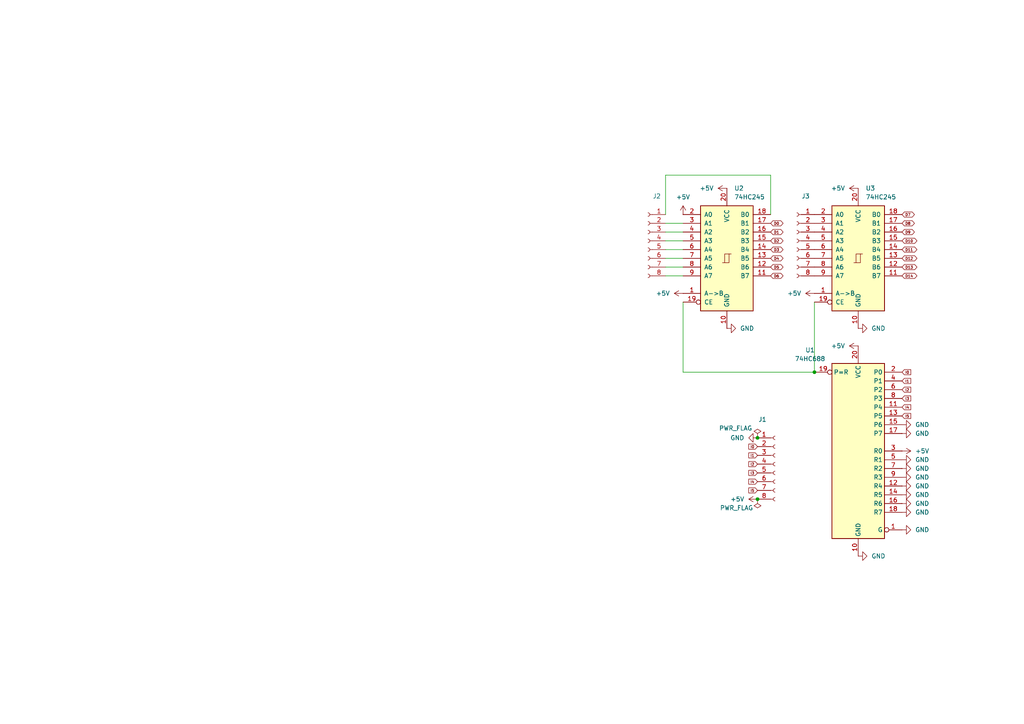
<source format=kicad_sch>
(kicad_sch (version 20250114) (generator "eeschema") (generator_version "9.0")
  (paper "A4")
  (title_block (title "T.A.C.O.S"))
  (lib_symbols
    (symbol "74xx:74HC245" (pin_names (offset 1.016))
      (property "Reference" "U" (at -7.62 16.51 0))
      (property "Value" "74HC245" (at -7.62 -16.51 0))
      (symbol "74HC245_1_0"
        (polyline (pts (xy -1.27 -1.27) (xy 0.635 -1.27) (xy 0.635 1.27) (xy 1.27 1.27)))
        (polyline (pts (xy -0.635 -1.27) (xy -0.635 1.27) (xy 0.635 1.27)))
        (pin tri_state line (at -12.7 12.7 0) (length 5.08) (name "A0") (number "2"))
        (pin tri_state line (at -12.7 10.16 0) (length 5.08) (name "A1") (number "3"))
        (pin tri_state line (at -12.7 7.62 0) (length 5.08) (name "A2") (number "4"))
        (pin tri_state line (at -12.7 5.08 0) (length 5.08) (name "A3") (number "5"))
        (pin tri_state line (at -12.7 2.54 0) (length 5.08) (name "A4") (number "6"))
        (pin tri_state line (at -12.7 0 0) (length 5.08) (name "A5") (number "7"))
        (pin tri_state line (at -12.7 -2.54 0) (length 5.08) (name "A6") (number "8"))
        (pin tri_state line (at -12.7 -5.08 0) (length 5.08) (name "A7") (number "9"))
        (pin input line (at -12.7 -10.16 0) (length 5.08) (name "A->B") (number "1"))
        (pin input inverted (at -12.7 -12.7 0) (length 5.08) (name "CE") (number "19"))
        (pin power_in line (at 0 20.32 270) (length 5.08) (name "VCC") (number "20"))
        (pin power_in line (at 0 -20.32 90) (length 5.08) (name "GND") (number "10"))
        (pin tri_state line (at 12.7 12.7 180) (length 5.08) (name "B0") (number "18"))
        (pin tri_state line (at 12.7 10.16 180) (length 5.08) (name "B1") (number "17"))
        (pin tri_state line (at 12.7 7.62 180) (length 5.08) (name "B2") (number "16"))
        (pin tri_state line (at 12.7 5.08 180) (length 5.08) (name "B3") (number "15"))
        (pin tri_state line (at 12.7 2.54 180) (length 5.08) (name "B4") (number "14"))
        (pin tri_state line (at 12.7 0 180) (length 5.08) (name "B5") (number "13"))
        (pin tri_state line (at 12.7 -2.54 180) (length 5.08) (name "B6") (number "12"))
        (pin tri_state line (at 12.7 -5.08 180) (length 5.08) (name "B7") (number "11"))
      )
      (symbol "74HC245_1_1"
        (rectangle (start -7.62 15.24) (end 7.62 -15.24) (stroke (width 0.254)) (fill (type background)))
      )
    )
    (symbol "74xx:74HC688"
      (property "Reference" "U" (at -7.62 26.67 0))
      (property "Value" "74HC688" (at -7.62 -26.67 0))
      (symbol "74HC688_1_0"
        (pin input line (at -12.7 22.86 0) (length 5.08) (name "P0") (number "2"))
        (pin input line (at -12.7 20.32 0) (length 5.08) (name "P1") (number "4"))
        (pin input line (at -12.7 17.78 0) (length 5.08) (name "P2") (number "6"))
        (pin input line (at -12.7 15.24 0) (length 5.08) (name "P3") (number "8"))
        (pin input line (at -12.7 12.7 0) (length 5.08) (name "P4") (number "11"))
        (pin input line (at -12.7 10.16 0) (length 5.08) (name "P5") (number "13"))
        (pin input line (at -12.7 7.62 0) (length 5.08) (name "P6") (number "15"))
        (pin input line (at -12.7 5.08 0) (length 5.08) (name "P7") (number "17"))
        (pin input line (at -12.7 0 0) (length 5.08) (name "R0") (number "3"))
        (pin input line (at -12.7 -2.54 0) (length 5.08) (name "R1") (number "5"))
        (pin input line (at -12.7 -5.08 0) (length 5.08) (name "R2") (number "7"))
        (pin input line (at -12.7 -7.62 0) (length 5.08) (name "R3") (number "9"))
        (pin input line (at -12.7 -10.16 0) (length 5.08) (name "R4") (number "12"))
        (pin input line (at -12.7 -12.7 0) (length 5.08) (name "R5") (number "14"))
        (pin input line (at -12.7 -15.24 0) (length 5.08) (name "R6") (number "16"))
        (pin input line (at -12.7 -17.78 0) (length 5.08) (name "R7") (number "18"))
        (pin input inverted (at -12.7 -22.86 0) (length 5.08) (name "G") (number "1"))
        (pin power_in line (at 0 30.48 270) (length 5.08) (name "VCC") (number "20"))
        (pin power_in line (at 0 -30.48 90) (length 5.08) (name "GND") (number "10"))
        (pin output inverted (at 12.7 22.86 180) (length 5.08) (name "P=R") (number "19"))
      )
      (symbol "74HC688_1_1"
        (rectangle (start -7.62 25.4) (end 7.62 -25.4) (stroke (width 0.254)) (fill (type background)))
      )
    )
    (symbol "Connector:Conn_01x08_Socket" (pin_names (offset 1.016) (hide yes))
      (property "Reference" "J" (at 0 10.16 0))
      (property "Value" "Conn_01x08_Socket" (at 0 -12.7 0))
      (symbol "Conn_01x08_Socket_1_1"
        (polyline (pts (xy -1.27 7.62) (xy -0.508 7.62)) (stroke (width 0.1524)))
        (polyline (pts (xy -1.27 5.08) (xy -0.508 5.08)) (stroke (width 0.1524)))
        (polyline (pts (xy -1.27 2.54) (xy -0.508 2.54)) (stroke (width 0.1524)))
        (polyline (pts (xy -1.27 0) (xy -0.508 0)) (stroke (width 0.1524)))
        (polyline (pts (xy -1.27 -2.54) (xy -0.508 -2.54)) (stroke (width 0.1524)))
        (polyline (pts (xy -1.27 -5.08) (xy -0.508 -5.08)) (stroke (width 0.1524)))
        (polyline (pts (xy -1.27 -7.62) (xy -0.508 -7.62)) (stroke (width 0.1524)))
        (polyline (pts (xy -1.27 -10.16) (xy -0.508 -10.16)) (stroke (width 0.1524)))
        (arc (start 0 7.112) (mid -0.5058 7.62) (end 0 8.128) (stroke (width 0.1524)))
        (arc (start 0 4.572) (mid -0.5058 5.08) (end 0 5.588) (stroke (width 0.1524)))
        (arc (start 0 2.032) (mid -0.5058 2.54) (end 0 3.048) (stroke (width 0.1524)))
        (arc (start 0 -0.508) (mid -0.5058 0) (end 0 0.508) (stroke (width 0.1524)))
        (arc (start 0 -3.048) (mid -0.5058 -2.54) (end 0 -2.032) (stroke (width 0.1524)))
        (arc (start 0 -5.588) (mid -0.5058 -5.08) (end 0 -4.572) (stroke (width 0.1524)))
        (arc (start 0 -8.128) (mid -0.5058 -7.62) (end 0 -7.112) (stroke (width 0.1524)))
        (arc (start 0 -10.668) (mid -0.5058 -10.16) (end 0 -9.652) (stroke (width 0.1524)))
        (pin passive line (at -5.08 7.62 0) (length 3.81) (name "Pin_1") (number "1"))
        (pin passive line (at -5.08 5.08 0) (length 3.81) (name "Pin_2") (number "2"))
        (pin passive line (at -5.08 2.54 0) (length 3.81) (name "Pin_3") (number "3"))
        (pin passive line (at -5.08 0 0) (length 3.81) (name "Pin_4") (number "4"))
        (pin passive line (at -5.08 -2.54 0) (length 3.81) (name "Pin_5") (number "5"))
        (pin passive line (at -5.08 -5.08 0) (length 3.81) (name "Pin_6") (number "6"))
        (pin passive line (at -5.08 -7.62 0) (length 3.81) (name "Pin_7") (number "7"))
        (pin passive line (at -5.08 -10.16 0) (length 3.81) (name "Pin_8") (number "8"))
      )
    )
    (symbol "power:+5V" (power) (pin_numbers (hide yes)) (pin_names (offset 0) (hide yes))
      (property "Value" "+5V" (at 0 3.556 0))
      (symbol "+5V_0_1"
        (polyline (pts (xy -0.762 1.27) (xy 0 2.54)))
        (polyline (pts (xy 0 2.54) (xy 0.762 1.27)))
        (polyline (pts (xy 0 0) (xy 0 2.54)))
      )
      (symbol "+5V_1_1"
        (pin power_in line (at 0 0 90) (length 0) (name "~") (number "1"))
      )
    )
    (symbol "power:GND" (power) (pin_numbers (hide yes)) (pin_names (offset 0) (hide yes))
      (property "Value" "GND" (at 0 -3.81 0))
      (symbol "GND_0_1"
        (polyline (pts (xy 0 0) (xy 0 -1.27) (xy 1.27 -1.27) (xy 0 -2.54) (xy -1.27 -1.27) (xy 0 -1.27)))
      )
      (symbol "GND_1_1"
        (pin power_in line (at 0 0 270) (length 0) (name "~") (number "1"))
      )
    )
    (symbol "power:PWR_FLAG" (power) (pin_numbers (hide yes)) (pin_names (offset 0) (hide yes))
      (property "Value" "PWR_FLAG" (at 0 3.81 0))
      (symbol "PWR_FLAG_0_0"
        (pin power_out line (at 0 0 90) (length 0) (name "~") (number "1"))
      )
      (symbol "PWR_FLAG_0_1"
        (polyline (pts (xy 0 0) (xy 0 1.27) (xy -1.016 1.905) (xy 0 2.54) (xy 1.016 1.905) (xy 0 1.27)))
      )
    )
  )
  (junction (at 236.22 107.95))
  (junction (at 219.71 144.78))
  (junction (at 219.71 127))
  (wire (pts (xy 193.04 74.93) (xy 198.12 74.93)))
  (wire (pts (xy 193.04 69.85) (xy 198.12 69.85)))
  (wire (pts (xy 193.04 50.8) (xy 193.04 62.23)))
  (wire (pts (xy 236.22 87.63) (xy 236.22 107.95)))
  (wire (pts (xy 193.04 64.77) (xy 198.12 64.77)))
  (wire (pts (xy 223.52 62.23) (xy 223.52 50.8)))
  (wire (pts (xy 193.04 67.31) (xy 198.12 67.31)))
  (wire (pts (xy 198.12 107.95) (xy 198.12 87.63)))
  (wire (pts (xy 193.04 80.01) (xy 198.12 80.01)))
  (wire (pts (xy 223.52 50.8) (xy 193.04 50.8)))
  (wire (pts (xy 236.22 107.95) (xy 198.12 107.95)))
  (wire (pts (xy 193.04 72.39) (xy 198.12 72.39)))
  (wire (pts (xy 193.04 77.47) (xy 198.12 77.47)))
  (global_label "D11" (shape bidirectional) (at 261.62 72.39 0) (effects (font (size 0.762 0.762))) (property "Intersheetrefs" "${INTERSHEET_REFS}" (effects (hide yes))))
  (global_label "D13" (shape bidirectional) (at 261.62 77.47 0) (effects (font (size 0.762 0.762))) (property "Intersheetrefs" "${INTERSHEET_REFS}" (effects (hide yes))))
  (global_label "I2" (shape input) (at 261.62 113.03 0) (effects (font (size 0.762 0.762))) (property "Intersheetrefs" "${INTERSHEET_REFS}" (effects (hide yes))))
  (global_label "D10" (shape bidirectional) (at 261.62 69.85 0) (effects (font (size 0.762 0.762))) (property "Intersheetrefs" "${INTERSHEET_REFS}" (effects (hide yes))))
  (global_label "I4" (shape input) (at 261.62 118.11 0) (effects (font (size 0.762 0.762))) (property "Intersheetrefs" "${INTERSHEET_REFS}" (effects (hide yes))))
  (global_label "D7" (shape bidirectional) (at 261.62 62.23 0) (effects (font (size 0.762 0.762))) (property "Intersheetrefs" "${INTERSHEET_REFS}" (effects (hide yes))))
  (global_label "I5" (shape input) (at 261.62 120.65 0) (effects (font (size 0.762 0.762))) (property "Intersheetrefs" "${INTERSHEET_REFS}" (effects (hide yes))))
  (global_label "I0" (shape input) (at 261.62 107.95 0) (effects (font (size 0.762 0.762))) (property "Intersheetrefs" "${INTERSHEET_REFS}" (effects (hide yes))))
  (global_label "D8" (shape bidirectional) (at 261.62 64.77 0) (effects (font (size 0.762 0.762))) (property "Intersheetrefs" "${INTERSHEET_REFS}" (effects (hide yes))))
  (global_label "D12" (shape bidirectional) (at 261.62 74.93 0) (effects (font (size 0.762 0.762))) (property "Intersheetrefs" "${INTERSHEET_REFS}" (effects (hide yes))))
  (global_label "D3" (shape bidirectional) (at 223.52 72.39 0) (effects (font (size 0.762 0.762))) (property "Intersheetrefs" "${INTERSHEET_REFS}" (effects (hide yes))))
  (global_label "I3" (shape input) (at 261.62 115.57 0) (effects (font (size 0.762 0.762))) (property "Intersheetrefs" "${INTERSHEET_REFS}" (effects (hide yes))))
  (global_label "D6" (shape bidirectional) (at 223.52 80.01 0) (effects (font (size 0.762 0.762))) (property "Intersheetrefs" "${INTERSHEET_REFS}" (effects (hide yes))))
  (global_label "I2" (shape input) (at 219.71 134.62 180) (effects (font (size 0.762 0.762))) (property "Intersheetrefs" "${INTERSHEET_REFS}" (effects (hide yes))))
  (global_label "I0" (shape input) (at 219.71 129.54 180) (effects (font (size 0.762 0.762))) (property "Intersheetrefs" "${INTERSHEET_REFS}" (effects (hide yes))))
  (global_label "D0" (shape bidirectional) (at 223.52 64.77 0) (effects (font (size 0.762 0.762))) (property "Intersheetrefs" "${INTERSHEET_REFS}" (effects (hide yes))))
  (global_label "I5" (shape input) (at 219.71 142.24 180) (effects (font (size 0.762 0.762))) (property "Intersheetrefs" "${INTERSHEET_REFS}" (effects (hide yes))))
  (global_label "D14" (shape bidirectional) (at 261.62 80.01 0) (effects (font (size 0.762 0.762))) (property "Intersheetrefs" "${INTERSHEET_REFS}" (effects (hide yes))))
  (global_label "D1" (shape bidirectional) (at 223.52 67.31 0) (effects (font (size 0.762 0.762))) (property "Intersheetrefs" "${INTERSHEET_REFS}" (effects (hide yes))))
  (global_label "I3" (shape input) (at 219.71 137.16 180) (effects (font (size 0.762 0.762))) (property "Intersheetrefs" "${INTERSHEET_REFS}" (effects (hide yes))))
  (global_label "D9" (shape bidirectional) (at 261.62 67.31 0) (effects (font (size 0.762 0.762))) (property "Intersheetrefs" "${INTERSHEET_REFS}" (effects (hide yes))))
  (global_label "D5" (shape bidirectional) (at 223.52 77.47 0) (effects (font (size 0.762 0.762))) (property "Intersheetrefs" "${INTERSHEET_REFS}" (effects (hide yes))))
  (global_label "D4" (shape bidirectional) (at 223.52 74.93 0) (effects (font (size 0.762 0.762))) (property "Intersheetrefs" "${INTERSHEET_REFS}" (effects (hide yes))))
  (global_label "I1" (shape input) (at 261.62 110.49 0) (effects (font (size 0.762 0.762))) (property "Intersheetrefs" "${INTERSHEET_REFS}" (effects (hide yes))))
  (global_label "D2" (shape bidirectional) (at 223.52 69.85 0) (effects (font (size 0.762 0.762))) (property "Intersheetrefs" "${INTERSHEET_REFS}" (effects (hide yes))))
  (global_label "I4" (shape input) (at 219.71 139.7 180) (effects (font (size 0.762 0.762))) (property "Intersheetrefs" "${INTERSHEET_REFS}" (effects (hide yes))))
  (global_label "I1" (shape input) (at 219.71 132.08 180) (effects (font (size 0.762 0.762))) (property "Intersheetrefs" "${INTERSHEET_REFS}" (effects (hide yes))))
  (symbol (lib_id "power:GND") (at 219.71 127 270) (unit 1)
    (property "Reference" "#PWR01" (effects (hide yes)))
    (property "Value" "GND" (at 215.9 126.9999 90) (effects (justify right)))
    (property "Description" "Power symbol creates a global label with name \"GND\" , ground" (effects (hide yes)))
  )
  (symbol (lib_id "power:+5V") (at 219.71 144.78 90) (unit 1)
    (property "Reference" "#PWR02" (effects (hide yes)))
    (property "Value" "+5V" (at 215.9 144.7799 90) (effects (justify left)))
    (property "Description" "Power symbol creates a global label with name \"+5V\"" (effects (hide yes)))
  )
  (symbol (lib_id "power:GND") (at 261.62 153.67 90) (unit 1)
    (property "Reference" "#PWR023" (effects (hide yes)))
    (property "Value" "GND" (at 265.43 153.6699 90) (effects (justify right)))
    (property "Description" "Power symbol creates a global label with name \"GND\" , ground" (effects (hide yes)))
  )
  (symbol (lib_id "power:GND") (at 261.62 143.51 90) (unit 1)
    (property "Reference" "#PWR017" (effects (hide yes)))
    (property "Value" "GND" (at 265.43 143.5099 90) (effects (justify right)))
    (property "Description" "Power symbol creates a global label with name \"GND\" , ground" (effects (hide yes)))
  )
  (symbol (lib_id "power:GND") (at 248.92 161.29 90) (unit 1)
    (property "Reference" "#PWR010" (effects (hide yes)))
    (property "Value" "GND" (at 252.73 161.2899 90) (effects (justify right)))
    (property "Description" "Power symbol creates a global label with name \"GND\" , ground" (effects (hide yes)))
  )
  (symbol (lib_id "power:+5V") (at 248.92 100.33 90) (unit 1)
    (property "Reference" "#PWR011" (effects (hide yes)))
    (property "Value" "+5V" (at 245.11 100.3299 90) (effects (justify left)))
    (property "Description" "Power symbol creates a global label with name \"+5V\"" (effects (hide yes)))
  )
  (symbol (lib_id "power:GND") (at 261.62 138.43 90) (unit 1)
    (property "Reference" "#PWR019" (effects (hide yes)))
    (property "Value" "GND" (at 265.43 138.4299 90) (effects (justify right)))
    (property "Description" "Power symbol creates a global label with name \"GND\" , ground" (effects (hide yes)))
  )
  (symbol (lib_id "power:GND") (at 261.62 123.19 90) (unit 1)
    (property "Reference" "#PWR013" (effects (hide yes)))
    (property "Value" "GND" (at 265.43 123.1899 90) (effects (justify right)))
    (property "Description" "Power symbol creates a global label with name \"GND\" , ground" (effects (hide yes)))
  )
  (symbol (lib_id "power:GND") (at 261.62 135.89 90) (unit 1)
    (property "Reference" "#PWR020" (effects (hide yes)))
    (property "Value" "GND" (at 265.43 135.8899 90) (effects (justify right)))
    (property "Description" "Power symbol creates a global label with name \"GND\" , ground" (effects (hide yes)))
  )
  (symbol (lib_id "Connector:Conn_01x08_Socket") (at 187.96 69.85 0) (mirror y) (unit 1)
    (property "Reference" "J2" (at 190.5 56.896 0))
    (property "Value" "Conn_01x08_Socket" (effects (hide yes)))
    (property "Footprint" "Connector_PinSocket_2.54mm:PinSocket_1x08_P2.54mm_Vertical" (effects (hide yes)))
    (property "Description" "Generic connector, single row, 01x08, script generated" (effects (hide yes)))
  )
  (symbol (lib_id "74xx:74HC688") (at 248.92 130.81 0) (mirror y) (unit 1)
    (property "Reference" "U1" (at 234.95 101.5298 0))
    (property "Value" "74HC688" (at 234.95 104.0698 0))
    (property "Footprint" "Package_DIP:DIP-20_W7.62mm" (effects (hide yes)))
    (property "Datasheet" "https://www.ti.com/lit/ds/symlink/cd54hc688.pdf" (effects (hide yes)))
    (property "Description" "8-bit magnitude comparator" (effects (hide yes)))
  )
  (symbol (lib_id "power:+5V") (at 210.82 54.61 90) (unit 1)
    (property "Reference" "#PWR06" (effects (hide yes)))
    (property "Value" "+5V" (at 207.01 54.6099 90) (effects (justify left)))
    (property "Description" "Power symbol creates a global label with name \"+5V\"" (effects (hide yes)))
  )
  (symbol (lib_id "74xx:74HC245") (at 248.92 74.93 0) (unit 1)
    (property "Reference" "U3" (at 251.0633 54.61 0) (effects (justify left)))
    (property "Value" "74HC245" (at 251.0633 57.15 0) (effects (justify left)))
    (property "Footprint" "Package_DIP:DIP-20_W7.62mm" (effects (hide yes)))
    (property "Datasheet" "http://www.ti.com/lit/gpn/sn74HC245" (effects (hide yes)))
    (property "Description" "Octal BUS Transceivers, 3-State outputs" (effects (hide yes)))
  )
  (symbol (lib_id "74xx:74HC245") (at 210.82 74.93 0) (unit 1)
    (property "Reference" "U2" (at 212.9633 54.61 0) (effects (justify left)))
    (property "Value" "74HC245" (at 212.9633 57.15 0) (effects (justify left)))
    (property "Footprint" "Package_DIP:DIP-20_W7.62mm" (effects (hide yes)))
    (property "Datasheet" "http://www.ti.com/lit/gpn/sn74HC245" (effects (hide yes)))
    (property "Description" "Octal BUS Transceivers, 3-State outputs" (effects (hide yes)))
  )
  (symbol (lib_id "power:GND") (at 261.62 148.59 90) (unit 1)
    (property "Reference" "#PWR015" (effects (hide yes)))
    (property "Value" "GND" (at 265.43 148.5899 90) (effects (justify right)))
    (property "Description" "Power symbol creates a global label with name \"GND\" , ground" (effects (hide yes)))
  )
  (symbol (lib_id "power:+5V") (at 248.92 54.61 90) (unit 1)
    (property "Reference" "#PWR05" (effects (hide yes)))
    (property "Value" "+5V" (at 245.11 54.6099 90) (effects (justify left)))
    (property "Description" "Power symbol creates a global label with name \"+5V\"" (effects (hide yes)))
  )
  (symbol (lib_id "power:PWR_FLAG") (at 219.71 144.78 180) (unit 1)
    (property "Reference" "#FLG04" (effects (hide yes)))
    (property "Value" "PWR_FLAG" (at 213.614 147.32 0))
    (property "Description" "Special symbol for telling ERC where power comes from" (effects (hide yes)))
  )
  (symbol (lib_id "power:GND") (at 261.62 146.05 90) (unit 1)
    (property "Reference" "#PWR016" (effects (hide yes)))
    (property "Value" "GND" (at 265.43 146.0499 90) (effects (justify right)))
    (property "Description" "Power symbol creates a global label with name \"GND\" , ground" (effects (hide yes)))
  )
  (symbol (lib_id "power:GND") (at 261.62 140.97 90) (unit 1)
    (property "Reference" "#PWR018" (effects (hide yes)))
    (property "Value" "GND" (at 265.43 140.9699 90) (effects (justify right)))
    (property "Description" "Power symbol creates a global label with name \"GND\" , ground" (effects (hide yes)))
  )
  (symbol (lib_id "power:+5V") (at 236.22 85.09 90) (unit 1)
    (property "Reference" "#PWR03" (effects (hide yes)))
    (property "Value" "+5V" (at 232.41 85.0899 90) (effects (justify left)))
    (property "Description" "Power symbol creates a global label with name \"+5V\"" (effects (hide yes)))
  )
  (symbol (lib_id "power:GND") (at 261.62 133.35 90) (unit 1)
    (property "Reference" "#PWR021" (effects (hide yes)))
    (property "Value" "GND" (at 265.43 133.3499 90) (effects (justify right)))
    (property "Description" "Power symbol creates a global label with name \"GND\" , ground" (effects (hide yes)))
  )
  (symbol (lib_id "Connector:Conn_01x08_Socket") (at 224.79 134.62 0) (unit 1)
    (property "Reference" "J1" (at 219.964 121.666 0) (effects (justify left)))
    (property "Value" "Conn_01x08_Socket" (effects (hide yes)))
    (property "Footprint" "Connector_PinSocket_2.54mm:PinSocket_1x08_P2.54mm_Vertical" (effects (hide yes)))
    (property "Description" "Generic connector, single row, 01x08, script generated" (effects (hide yes)))
  )
  (symbol (lib_id "power:PWR_FLAG") (at 219.71 127 0) (unit 1)
    (property "Reference" "#FLG03" (effects (hide yes)))
    (property "Value" "PWR_FLAG" (at 213.36 124.206 0))
    (property "Description" "Special symbol for telling ERC where power comes from" (effects (hide yes)))
  )
  (symbol (lib_id "Connector:Conn_01x08_Socket") (at 231.14 69.85 0) (mirror y) (unit 1)
    (property "Reference" "J3" (at 233.68 56.896 0))
    (property "Value" "Conn_01x08_Socket" (effects (hide yes)))
    (property "Footprint" "Connector_PinSocket_2.54mm:PinSocket_1x08_P2.54mm_Vertical" (effects (hide yes)))
    (property "Description" "Generic connector, single row, 01x08, script generated" (effects (hide yes)))
  )
  (symbol (lib_id "power:GND") (at 210.82 95.25 90) (unit 1)
    (property "Reference" "#PWR08" (effects (hide yes)))
    (property "Value" "GND" (at 214.63 95.2499 90) (effects (justify right)))
    (property "Description" "Power symbol creates a global label with name \"GND\" , ground" (effects (hide yes)))
  )
  (symbol (lib_id "power:GND") (at 248.92 95.25 90) (unit 1)
    (property "Reference" "#PWR07" (effects (hide yes)))
    (property "Value" "GND" (at 252.73 95.2499 90) (effects (justify right)))
    (property "Description" "Power symbol creates a global label with name \"GND\" , ground" (effects (hide yes)))
  )
  (symbol (lib_id "power:+5V") (at 198.12 62.23 0) (unit 1)
    (property "Reference" "#PWR025" (effects (hide yes)))
    (property "Value" "+5V" (at 198.12 57.15 0))
    (property "Description" "Power symbol creates a global label with name \"+5V\"" (effects (hide yes)))
  )
  (symbol (lib_id "power:GND") (at 261.62 125.73 90) (unit 1)
    (property "Reference" "#PWR014" (effects (hide yes)))
    (property "Value" "GND" (at 265.43 125.7299 90) (effects (justify right)))
    (property "Description" "Power symbol creates a global label with name \"GND\" , ground" (effects (hide yes)))
  )
  (symbol (lib_id "power:+5V") (at 198.12 85.09 90) (unit 1)
    (property "Reference" "#PWR04" (effects (hide yes)))
    (property "Value" "+5V" (at 194.31 85.0899 90) (effects (justify left)))
    (property "Description" "Power symbol creates a global label with name \"+5V\"" (effects (hide yes)))
  )
  (symbol (lib_id "power:+5V") (at 261.62 130.81 270) (unit 1)
    (property "Reference" "#PWR022" (effects (hide yes)))
    (property "Value" "+5V" (at 265.43 130.8099 90) (effects (justify left)))
    (property "Description" "Power symbol creates a global label with name \"+5V\"" (effects (hide yes)))
  )
)
</source>
